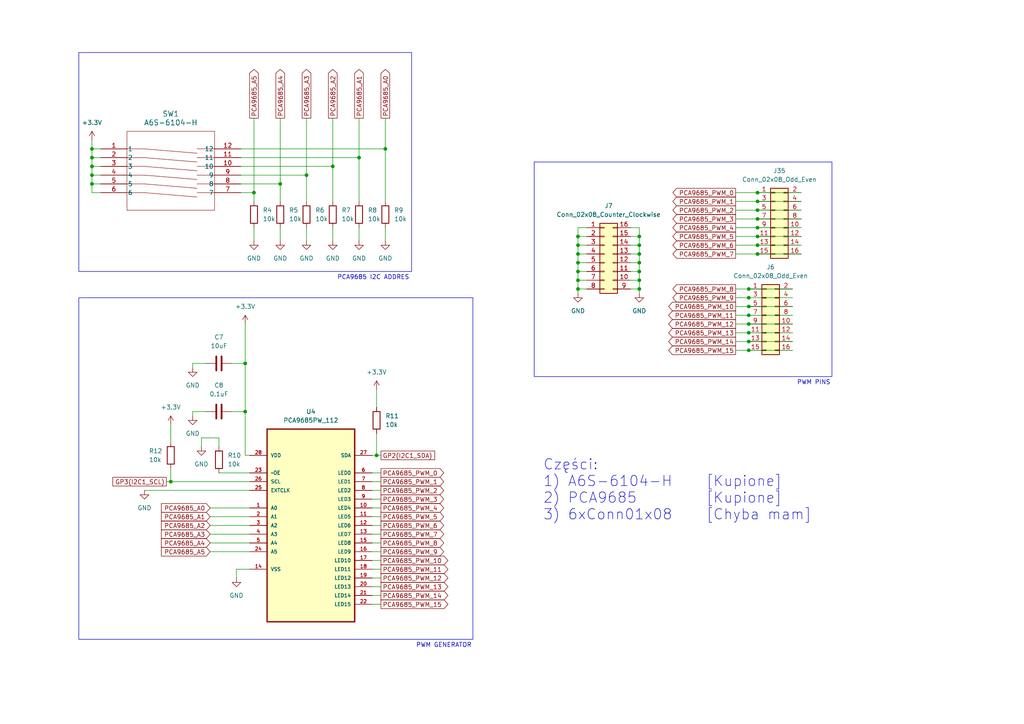
<source format=kicad_sch>
(kicad_sch (version 20230121) (generator eeschema)
  (paper "A4")
  (lib_symbols
    (symbol "A6S-6104-H(VNM):A6S-6104-H" (pin_names (offset 0.254))
      (property "Reference" "SW" (at 20.32 10.16 0))
      (property "Value" "A6S-6104-H" (at 20.32 7.62 0))
      (symbol "A6S-6104-H_0_1"
        (polyline (pts (xy 7.62 -17.78) (xy 33.02 -17.78)) (stroke (width 0.127)))
        (polyline (pts (xy 7.62 -12.7) (xy 12.7 -12.7)) (stroke (width 0.127)))
        (polyline (pts (xy 7.62 -10.16) (xy 12.7 -10.16)) (stroke (width 0.127)))
        (polyline (pts (xy 7.62 -7.62) (xy 12.7 -7.62)) (stroke (width 0.127)))
        (polyline (pts (xy 7.62 -5.08) (xy 12.7 -5.08)) (stroke (width 0.127)))
        (polyline (pts (xy 7.62 -2.54) (xy 12.7 -2.54)) (stroke (width 0.127)))
        (polyline (pts (xy 7.62 0) (xy 12.7 0)) (stroke (width 0.127)))
        (polyline (pts (xy 7.62 5.08) (xy 7.62 -17.78)) (stroke (width 0.127)))
        (polyline (pts (xy 12.7 -12.7) (xy 27.94 -13.97)) (stroke (width 0.127)))
        (polyline (pts (xy 12.7 -10.16) (xy 27.94 -11.43)) (stroke (width 0.127)))
        (polyline (pts (xy 12.7 -7.62) (xy 27.94 -8.89)) (stroke (width 0.127)))
        (polyline (pts (xy 12.7 -5.08) (xy 27.94 -6.35)) (stroke (width 0.127)))
        (polyline (pts (xy 12.7 -2.54) (xy 27.94 -3.81)) (stroke (width 0.127)))
        (polyline (pts (xy 12.7 0) (xy 27.94 -1.27)) (stroke (width 0.127)))
        (polyline (pts (xy 33.02 -17.78) (xy 33.02 5.08)) (stroke (width 0.127)))
        (polyline (pts (xy 33.02 -12.7) (xy 27.94 -12.7)) (stroke (width 0.127)))
        (polyline (pts (xy 33.02 -10.16) (xy 27.94 -10.16)) (stroke (width 0.127)))
        (polyline (pts (xy 33.02 -7.62) (xy 27.94 -7.62)) (stroke (width 0.127)))
        (polyline (pts (xy 33.02 -5.08) (xy 27.94 -5.08)) (stroke (width 0.127)))
        (polyline (pts (xy 33.02 -2.54) (xy 27.94 -2.54)) (stroke (width 0.127)))
        (polyline (pts (xy 33.02 0) (xy 27.94 0)) (stroke (width 0.127)))
        (polyline (pts (xy 33.02 5.08) (xy 7.62 5.08)) (stroke (width 0.127)))
        (pin unspecified line (at 0 0 0) (length 7.62) (name "1") (number "1"))
        (pin unspecified line (at 40.64 -5.08 180) (length 7.62) (name "10") (number "10"))
        (pin unspecified line (at 40.64 -2.54 180) (length 7.62) (name "11") (number "11"))
        (pin unspecified line (at 40.64 0 180) (length 7.62) (name "12") (number "12"))
        (pin unspecified line (at 0 -2.54 0) (length 7.62) (name "2") (number "2"))
        (pin unspecified line (at 0 -5.08 0) (length 7.62) (name "3") (number "3"))
        (pin unspecified line (at 0 -7.62 0) (length 7.62) (name "4") (number "4"))
        (pin unspecified line (at 0 -10.16 0) (length 7.62) (name "5") (number "5"))
        (pin unspecified line (at 0 -12.7 0) (length 7.62) (name "6") (number "6"))
        (pin unspecified line (at 40.64 -12.7 180) (length 7.62) (name "7") (number "7"))
        (pin unspecified line (at 40.64 -10.16 180) (length 7.62) (name "8") (number "8"))
        (pin unspecified line (at 40.64 -7.62 180) (length 7.62) (name "9") (number "9"))
      )
    )
    (symbol "Connector_Generic:Conn_02x08_Counter_Clockwise" (pin_names (offset 1.016) hide)
      (property "Reference" "J" (at 1.27 10.16 0))
      (property "Value" "Conn_02x08_Counter_Clockwise" (at 1.27 -12.7 0))
      (symbol "Conn_02x08_Counter_Clockwise_1_1"
        (rectangle (start -1.27 -10.033) (end 0 -10.287) (stroke (width 0.1524)))
        (rectangle (start -1.27 -7.493) (end 0 -7.747) (stroke (width 0.1524)))
        (rectangle (start -1.27 -4.953) (end 0 -5.207) (stroke (width 0.1524)))
        (rectangle (start -1.27 -2.413) (end 0 -2.667) (stroke (width 0.1524)))
        (rectangle (start -1.27 0.127) (end 0 -0.127) (stroke (width 0.1524)))
        (rectangle (start -1.27 2.667) (end 0 2.413) (stroke (width 0.1524)))
        (rectangle (start -1.27 5.207) (end 0 4.953) (stroke (width 0.1524)))
        (rectangle (start -1.27 7.747) (end 0 7.493) (stroke (width 0.1524)))
        (rectangle (start -1.27 8.89) (end 3.81 -11.43) (stroke (width 0.254)) (fill (type background)))
        (rectangle (start 3.81 -10.033) (end 2.54 -10.287) (stroke (width 0.1524)))
        (rectangle (start 3.81 -7.493) (end 2.54 -7.747) (stroke (width 0.1524)))
        (rectangle (start 3.81 -4.953) (end 2.54 -5.207) (stroke (width 0.1524)))
        (rectangle (start 3.81 -2.413) (end 2.54 -2.667) (stroke (width 0.1524)))
        (rectangle (start 3.81 0.127) (end 2.54 -0.127) (stroke (width 0.1524)))
        (rectangle (start 3.81 2.667) (end 2.54 2.413) (stroke (width 0.1524)))
        (rectangle (start 3.81 5.207) (end 2.54 4.953) (stroke (width 0.1524)))
        (rectangle (start 3.81 7.747) (end 2.54 7.493) (stroke (width 0.1524)))
        (pin passive line (at -5.08 7.62 0) (length 3.81) (name "Pin_1") (number "1"))
        (pin passive line (at 7.62 -7.62 180) (length 3.81) (name "Pin_10") (number "10"))
        (pin passive line (at 7.62 -5.08 180) (length 3.81) (name "Pin_11") (number "11"))
        (pin passive line (at 7.62 -2.54 180) (length 3.81) (name "Pin_12") (number "12"))
        (pin passive line (at 7.62 0 180) (length 3.81) (name "Pin_13") (number "13"))
        (pin passive line (at 7.62 2.54 180) (length 3.81) (name "Pin_14") (number "14"))
        (pin passive line (at 7.62 5.08 180) (length 3.81) (name "Pin_15") (number "15"))
        (pin passive line (at 7.62 7.62 180) (length 3.81) (name "Pin_16") (number "16"))
        (pin passive line (at -5.08 5.08 0) (length 3.81) (name "Pin_2") (number "2"))
        (pin passive line (at -5.08 2.54 0) (length 3.81) (name "Pin_3") (number "3"))
        (pin passive line (at -5.08 0 0) (length 3.81) (name "Pin_4") (number "4"))
        (pin passive line (at -5.08 -2.54 0) (length 3.81) (name "Pin_5") (number "5"))
        (pin passive line (at -5.08 -5.08 0) (length 3.81) (name "Pin_6") (number "6"))
        (pin passive line (at -5.08 -7.62 0) (length 3.81) (name "Pin_7") (number "7"))
        (pin passive line (at -5.08 -10.16 0) (length 3.81) (name "Pin_8") (number "8"))
        (pin passive line (at 7.62 -10.16 180) (length 3.81) (name "Pin_9") (number "9"))
      )
    )
    (symbol "Connector_Generic:Conn_02x08_Odd_Even" (pin_names (offset 1.016) hide)
      (property "Reference" "J" (at 1.27 10.16 0))
      (property "Value" "Conn_02x08_Odd_Even" (at 1.27 -12.7 0))
      (symbol "Conn_02x08_Odd_Even_1_1"
        (rectangle (start -1.27 -10.033) (end 0 -10.287) (stroke (width 0.1524)))
        (rectangle (start -1.27 -7.493) (end 0 -7.747) (stroke (width 0.1524)))
        (rectangle (start -1.27 -4.953) (end 0 -5.207) (stroke (width 0.1524)))
        (rectangle (start -1.27 -2.413) (end 0 -2.667) (stroke (width 0.1524)))
        (rectangle (start -1.27 0.127) (end 0 -0.127) (stroke (width 0.1524)))
        (rectangle (start -1.27 2.667) (end 0 2.413) (stroke (width 0.1524)))
        (rectangle (start -1.27 5.207) (end 0 4.953) (stroke (width 0.1524)))
        (rectangle (start -1.27 7.747) (end 0 7.493) (stroke (width 0.1524)))
        (rectangle (start -1.27 8.89) (end 3.81 -11.43) (stroke (width 0.254)) (fill (type background)))
        (rectangle (start 3.81 -10.033) (end 2.54 -10.287) (stroke (width 0.1524)))
        (rectangle (start 3.81 -7.493) (end 2.54 -7.747) (stroke (width 0.1524)))
        (rectangle (start 3.81 -4.953) (end 2.54 -5.207) (stroke (width 0.1524)))
        (rectangle (start 3.81 -2.413) (end 2.54 -2.667) (stroke (width 0.1524)))
        (rectangle (start 3.81 0.127) (end 2.54 -0.127) (stroke (width 0.1524)))
        (rectangle (start 3.81 2.667) (end 2.54 2.413) (stroke (width 0.1524)))
        (rectangle (start 3.81 5.207) (end 2.54 4.953) (stroke (width 0.1524)))
        (rectangle (start 3.81 7.747) (end 2.54 7.493) (stroke (width 0.1524)))
        (pin passive line (at -5.08 7.62 0) (length 3.81) (name "Pin_1") (number "1"))
        (pin passive line (at 7.62 -2.54 180) (length 3.81) (name "Pin_10") (number "10"))
        (pin passive line (at -5.08 -5.08 0) (length 3.81) (name "Pin_11") (number "11"))
        (pin passive line (at 7.62 -5.08 180) (length 3.81) (name "Pin_12") (number "12"))
        (pin passive line (at -5.08 -7.62 0) (length 3.81) (name "Pin_13") (number "13"))
        (pin passive line (at 7.62 -7.62 180) (length 3.81) (name "Pin_14") (number "14"))
        (pin passive line (at -5.08 -10.16 0) (length 3.81) (name "Pin_15") (number "15"))
        (pin passive line (at 7.62 -10.16 180) (length 3.81) (name "Pin_16") (number "16"))
        (pin passive line (at 7.62 7.62 180) (length 3.81) (name "Pin_2") (number "2"))
        (pin passive line (at -5.08 5.08 0) (length 3.81) (name "Pin_3") (number "3"))
        (pin passive line (at 7.62 5.08 180) (length 3.81) (name "Pin_4") (number "4"))
        (pin passive line (at -5.08 2.54 0) (length 3.81) (name "Pin_5") (number "5"))
        (pin passive line (at 7.62 2.54 180) (length 3.81) (name "Pin_6") (number "6"))
        (pin passive line (at -5.08 0 0) (length 3.81) (name "Pin_7") (number "7"))
        (pin passive line (at 7.62 0 180) (length 3.81) (name "Pin_8") (number "8"))
        (pin passive line (at -5.08 -2.54 0) (length 3.81) (name "Pin_9") (number "9"))
      )
    )
    (symbol "Device:C" (pin_numbers hide) (pin_names (offset 0.254))
      (property "Reference" "C" (at 0.635 2.54 0))
      (property "Value" "C" (at 0.635 -2.54 0))
      (symbol "C_0_1"
        (polyline (pts (xy -2.032 -0.762) (xy 2.032 -0.762)) (stroke (width 0.508)))
        (polyline (pts (xy -2.032 0.762) (xy 2.032 0.762)) (stroke (width 0.508)))
      )
      (symbol "C_1_1"
        (pin passive line (at 0 3.81 270) (length 2.794) (name "~") (number "1"))
        (pin passive line (at 0 -3.81 90) (length 2.794) (name "~") (number "2"))
      )
    )
    (symbol "Device:R" (pin_numbers hide) (pin_names (offset 0))
      (property "Reference" "R" (at 2.032 0 90))
      (property "Value" "R" (at 0 0 90))
      (symbol "R_0_1"
        (rectangle (start -1.016 -2.54) (end 1.016 2.54) (stroke (width 0.254)))
      )
      (symbol "R_1_1"
        (pin passive line (at 0 3.81 270) (length 1.27) (name "~") (number "1"))
        (pin passive line (at 0 -3.81 90) (length 1.27) (name "~") (number "2"))
      )
    )
    (symbol "PCA9685PW_112:PCA9685PW_112" (pin_names (offset 1.016))
      (property "Reference" "U" (at -5.3665 29.4778 0))
      (property "Value" "PCA9685PW_112" (at -3.0498 -35.7591 0))
      (symbol "PCA9685PW_112_0_0"
        (rectangle (start -12.7 -30.48) (end 12.7 25.4) (stroke (width 0.4064)) (fill (type background)))
        (pin input line (at -17.78 2.54 0) (length 5.08) (name "A0") (number "1"))
        (pin output line (at 17.78 2.54 180) (length 5.08) (name "LED4") (number "10"))
        (pin output line (at 17.78 0 180) (length 5.08) (name "LED5") (number "11"))
        (pin output line (at 17.78 -2.54 180) (length 5.08) (name "LED6") (number "12"))
        (pin output line (at 17.78 -5.08 180) (length 5.08) (name "LED7") (number "13"))
        (pin passive line (at -17.78 -15.24 0) (length 5.08) (name "VSS") (number "14"))
        (pin output line (at 17.78 -7.62 180) (length 5.08) (name "LED8") (number "15"))
        (pin output line (at 17.78 -10.16 180) (length 5.08) (name "LED9") (number "16"))
        (pin output line (at 17.78 -12.7 180) (length 5.08) (name "LED10") (number "17"))
        (pin output line (at 17.78 -15.24 180) (length 5.08) (name "LED11") (number "18"))
        (pin output line (at 17.78 -17.78 180) (length 5.08) (name "LED12") (number "19"))
        (pin input line (at -17.78 0 0) (length 5.08) (name "A1") (number "2"))
        (pin output line (at 17.78 -20.32 180) (length 5.08) (name "LED13") (number "20"))
        (pin output line (at 17.78 -22.86 180) (length 5.08) (name "LED14") (number "21"))
        (pin output line (at 17.78 -25.4 180) (length 5.08) (name "LED15") (number "22"))
        (pin input line (at -17.78 12.7 0) (length 5.08) (name "~OE") (number "23"))
        (pin input line (at -17.78 -10.16 0) (length 5.08) (name "A5") (number "24"))
        (pin input line (at -17.78 7.62 0) (length 5.08) (name "EXTCLK") (number "25"))
        (pin input line (at -17.78 10.16 0) (length 5.08) (name "SCL") (number "26"))
        (pin bidirectional line (at 17.78 17.78 180) (length 5.08) (name "SDA") (number "27"))
        (pin power_in line (at -17.78 17.78 0) (length 5.08) (name "VDD") (number "28"))
        (pin input line (at -17.78 -2.54 0) (length 5.08) (name "A2") (number "3"))
        (pin input line (at -17.78 -5.08 0) (length 5.08) (name "A3") (number "4"))
        (pin input line (at -17.78 -7.62 0) (length 5.08) (name "A4") (number "5"))
        (pin output line (at 17.78 12.7 180) (length 5.08) (name "LED0") (number "6"))
        (pin output line (at 17.78 10.16 180) (length 5.08) (name "LED1") (number "7"))
        (pin output line (at 17.78 7.62 180) (length 5.08) (name "LED2") (number "8"))
        (pin output line (at 17.78 5.08 180) (length 5.08) (name "LED3") (number "9"))
      )
    )
    (symbol "power:+3.3V" (power) (pin_names (offset 0))
      (property "Value" "+3.3V" (at 0 3.556 0))
      (symbol "+3.3V_0_1"
        (polyline (pts (xy -0.762 1.27) (xy 0 2.54)))
        (polyline (pts (xy 0 0) (xy 0 2.54)))
        (polyline (pts (xy 0 2.54) (xy 0.762 1.27)))
      )
      (symbol "+3.3V_1_1"
        (pin power_in line (at 0 0 90) (length 0) hide (name "+3.3V") (number "1"))
      )
    )
    (symbol "power:GND" (power) (pin_names (offset 0))
      (property "Value" "GND" (at 0 -3.81 0))
      (symbol "GND_0_1"
        (polyline (pts (xy 0 0) (xy 0 -1.27) (xy 1.27 -1.27) (xy 0 -2.54) (xy -1.27 -1.27) (xy 0 -1.27)))
      )
      (symbol "GND_1_1"
        (pin power_in line (at 0 0 270) (length 0) hide (name "GND") (number "1"))
      )
    )
  )
  (junction (at 217.17 99.06))
  (junction (at 217.17 86.36))
  (junction (at 219.71 66.04))
  (junction (at 219.71 68.58))
  (junction (at 185.42 73.66))
  (junction (at 96.52 48.26))
  (junction (at 167.64 73.66))
  (junction (at 81.28 53.34))
  (junction (at 104.14 45.72))
  (junction (at 217.17 88.9))
  (junction (at 185.42 76.2))
  (junction (at 185.42 78.74))
  (junction (at 109.22 132.08))
  (junction (at 219.71 60.96))
  (junction (at 26.67 45.72))
  (junction (at 73.66 55.88))
  (junction (at 217.17 91.44))
  (junction (at 217.17 96.52))
  (junction (at 167.64 76.2))
  (junction (at 217.17 83.82))
  (junction (at 88.9 50.8))
  (junction (at 217.17 101.6))
  (junction (at 26.67 48.26))
  (junction (at 219.71 63.5))
  (junction (at 111.76 43.18))
  (junction (at 219.71 73.66))
  (junction (at 185.42 68.58))
  (junction (at 167.64 68.58))
  (junction (at 26.67 43.18))
  (junction (at 26.67 53.34))
  (junction (at 219.71 58.42))
  (junction (at 26.67 50.8))
  (junction (at 185.42 71.12))
  (junction (at 167.64 81.28))
  (junction (at 49.53 139.7))
  (junction (at 71.12 119.38))
  (junction (at 167.64 83.82))
  (junction (at 71.12 105.41))
  (junction (at 219.71 71.12))
  (junction (at 167.64 78.74))
  (junction (at 219.71 55.88))
  (junction (at 167.64 71.12))
  (junction (at 185.42 83.82))
  (junction (at 185.42 81.28))
  (junction (at 217.17 93.98))
  (wire (pts (xy 60.96 160.02) (xy 72.39 160.02)))
  (wire (pts (xy 69.85 50.8) (xy 88.9 50.8)))
  (wire (pts (xy 67.31 105.41) (xy 71.12 105.41)))
  (wire (pts (xy 219.71 55.88) (xy 232.41 55.88)))
  (wire (pts (xy 73.66 55.88) (xy 73.66 58.42)))
  (wire (pts (xy 71.12 119.38) (xy 71.12 132.08)))
  (wire (pts (xy 109.22 113.03) (xy 109.22 118.11)))
  (wire (pts (xy 107.95 170.18) (xy 110.49 170.18)))
  (wire (pts (xy 71.12 132.08) (xy 72.39 132.08)))
  (wire (pts (xy 167.64 68.58) (xy 170.18 68.58)))
  (wire (pts (xy 213.36 66.04) (xy 219.71 66.04)))
  (wire (pts (xy 49.53 139.7) (xy 72.39 139.7)))
  (wire (pts (xy 107.95 172.72) (xy 110.49 172.72)))
  (wire (pts (xy 167.64 71.12) (xy 167.64 68.58)))
  (wire (pts (xy 107.95 162.56) (xy 110.49 162.56)))
  (wire (pts (xy 182.88 71.12) (xy 185.42 71.12)))
  (wire (pts (xy 111.76 34.29) (xy 111.76 43.18)))
  (wire (pts (xy 213.36 99.06) (xy 217.17 99.06)))
  (wire (pts (xy 71.12 105.41) (xy 71.12 119.38)))
  (wire (pts (xy 213.36 63.5) (xy 219.71 63.5)))
  (wire (pts (xy 88.9 66.04) (xy 88.9 69.85)))
  (wire (pts (xy 167.64 81.28) (xy 167.64 78.74)))
  (wire (pts (xy 69.85 45.72) (xy 104.14 45.72)))
  (wire (pts (xy 107.95 149.86) (xy 110.49 149.86)))
  (wire (pts (xy 213.36 58.42) (xy 219.71 58.42)))
  (wire (pts (xy 67.31 119.38) (xy 71.12 119.38)))
  (wire (pts (xy 213.36 55.88) (xy 219.71 55.88)))
  (wire (pts (xy 217.17 99.06) (xy 229.87 99.06)))
  (wire (pts (xy 167.64 76.2) (xy 167.64 73.66)))
  (wire (pts (xy 219.71 63.5) (xy 232.41 63.5)))
  (wire (pts (xy 217.17 91.44) (xy 229.87 91.44)))
  (wire (pts (xy 107.95 142.24) (xy 110.49 142.24)))
  (wire (pts (xy 185.42 76.2) (xy 185.42 73.66)))
  (wire (pts (xy 185.42 81.28) (xy 185.42 78.74)))
  (wire (pts (xy 63.5 127) (xy 63.5 129.54)))
  (wire (pts (xy 26.67 45.72) (xy 26.67 48.26)))
  (wire (pts (xy 182.88 68.58) (xy 185.42 68.58)))
  (wire (pts (xy 107.95 154.94) (xy 110.49 154.94)))
  (wire (pts (xy 60.96 157.48) (xy 72.39 157.48)))
  (wire (pts (xy 213.36 73.66) (xy 219.71 73.66)))
  (wire (pts (xy 213.36 91.44) (xy 217.17 91.44)))
  (wire (pts (xy 59.69 119.38) (xy 55.88 119.38)))
  (wire (pts (xy 167.64 85.09) (xy 167.64 83.82)))
  (wire (pts (xy 182.88 81.28) (xy 185.42 81.28)))
  (wire (pts (xy 107.95 144.78) (xy 110.49 144.78)))
  (wire (pts (xy 107.95 137.16) (xy 110.49 137.16)))
  (wire (pts (xy 167.64 71.12) (xy 170.18 71.12)))
  (wire (pts (xy 167.64 78.74) (xy 167.64 76.2)))
  (wire (pts (xy 182.88 76.2) (xy 185.42 76.2)))
  (wire (pts (xy 69.85 43.18) (xy 111.76 43.18)))
  (wire (pts (xy 107.95 160.02) (xy 110.49 160.02)))
  (wire (pts (xy 60.96 152.4) (xy 72.39 152.4)))
  (wire (pts (xy 167.64 68.58) (xy 167.64 66.04)))
  (wire (pts (xy 26.67 48.26) (xy 29.21 48.26)))
  (wire (pts (xy 167.64 66.04) (xy 170.18 66.04)))
  (wire (pts (xy 96.52 48.26) (xy 96.52 58.42)))
  (wire (pts (xy 167.64 76.2) (xy 170.18 76.2)))
  (wire (pts (xy 49.53 135.89) (xy 49.53 139.7)))
  (wire (pts (xy 109.22 132.08) (xy 110.49 132.08)))
  (wire (pts (xy 213.36 86.36) (xy 217.17 86.36)))
  (wire (pts (xy 213.36 88.9) (xy 217.17 88.9)))
  (wire (pts (xy 107.95 139.7) (xy 110.49 139.7)))
  (wire (pts (xy 185.42 83.82) (xy 185.42 81.28)))
  (wire (pts (xy 60.96 149.86) (xy 72.39 149.86)))
  (wire (pts (xy 26.67 43.18) (xy 26.67 45.72)))
  (wire (pts (xy 107.95 165.1) (xy 110.49 165.1)))
  (wire (pts (xy 185.42 78.74) (xy 185.42 76.2)))
  (wire (pts (xy 217.17 88.9) (xy 229.87 88.9)))
  (wire (pts (xy 217.17 86.36) (xy 229.87 86.36)))
  (wire (pts (xy 107.95 175.26) (xy 110.49 175.26)))
  (wire (pts (xy 69.85 48.26) (xy 96.52 48.26)))
  (wire (pts (xy 69.85 55.88) (xy 73.66 55.88)))
  (wire (pts (xy 219.71 58.42) (xy 232.41 58.42)))
  (wire (pts (xy 26.67 50.8) (xy 29.21 50.8)))
  (wire (pts (xy 182.88 73.66) (xy 185.42 73.66)))
  (wire (pts (xy 81.28 53.34) (xy 81.28 58.42)))
  (wire (pts (xy 182.88 83.82) (xy 185.42 83.82)))
  (wire (pts (xy 73.66 34.29) (xy 73.66 55.88)))
  (wire (pts (xy 167.64 83.82) (xy 167.64 81.28)))
  (wire (pts (xy 217.17 96.52) (xy 229.87 96.52)))
  (wire (pts (xy 219.71 73.66) (xy 232.41 73.66)))
  (wire (pts (xy 167.64 78.74) (xy 170.18 78.74)))
  (wire (pts (xy 107.95 152.4) (xy 110.49 152.4)))
  (wire (pts (xy 107.95 167.64) (xy 110.49 167.64)))
  (wire (pts (xy 167.64 81.28) (xy 170.18 81.28)))
  (wire (pts (xy 72.39 165.1) (xy 68.58 165.1)))
  (wire (pts (xy 26.67 53.34) (xy 29.21 53.34)))
  (wire (pts (xy 107.95 132.08) (xy 109.22 132.08)))
  (wire (pts (xy 26.67 53.34) (xy 26.67 55.88)))
  (wire (pts (xy 96.52 34.29) (xy 96.52 48.26)))
  (wire (pts (xy 26.67 43.18) (xy 29.21 43.18)))
  (wire (pts (xy 217.17 83.82) (xy 229.87 83.82)))
  (wire (pts (xy 88.9 34.29) (xy 88.9 50.8)))
  (wire (pts (xy 219.71 68.58) (xy 232.41 68.58)))
  (wire (pts (xy 26.67 48.26) (xy 26.67 50.8)))
  (wire (pts (xy 104.14 45.72) (xy 104.14 58.42)))
  (wire (pts (xy 69.85 53.34) (xy 81.28 53.34)))
  (wire (pts (xy 26.67 40.64) (xy 26.67 43.18)))
  (wire (pts (xy 185.42 73.66) (xy 185.42 71.12)))
  (wire (pts (xy 111.76 43.18) (xy 111.76 58.42)))
  (wire (pts (xy 41.91 142.24) (xy 72.39 142.24)))
  (wire (pts (xy 58.42 129.54) (xy 58.42 127)))
  (wire (pts (xy 185.42 71.12) (xy 185.42 68.58)))
  (wire (pts (xy 167.64 83.82) (xy 170.18 83.82)))
  (wire (pts (xy 213.36 68.58) (xy 219.71 68.58)))
  (wire (pts (xy 107.95 157.48) (xy 110.49 157.48)))
  (wire (pts (xy 26.67 45.72) (xy 29.21 45.72)))
  (wire (pts (xy 219.71 60.96) (xy 232.41 60.96)))
  (wire (pts (xy 104.14 34.29) (xy 104.14 45.72)))
  (wire (pts (xy 109.22 125.73) (xy 109.22 132.08)))
  (wire (pts (xy 55.88 105.41) (xy 55.88 106.68)))
  (wire (pts (xy 73.66 66.04) (xy 73.66 69.85)))
  (wire (pts (xy 219.71 66.04) (xy 232.41 66.04)))
  (wire (pts (xy 107.95 147.32) (xy 110.49 147.32)))
  (wire (pts (xy 63.5 137.16) (xy 72.39 137.16)))
  (wire (pts (xy 217.17 101.6) (xy 229.87 101.6)))
  (wire (pts (xy 55.88 119.38) (xy 55.88 120.65)))
  (wire (pts (xy 104.14 66.04) (xy 104.14 69.85)))
  (wire (pts (xy 213.36 93.98) (xy 217.17 93.98)))
  (wire (pts (xy 26.67 55.88) (xy 29.21 55.88)))
  (wire (pts (xy 26.67 50.8) (xy 26.67 53.34)))
  (wire (pts (xy 213.36 101.6) (xy 217.17 101.6)))
  (wire (pts (xy 96.52 66.04) (xy 96.52 69.85)))
  (wire (pts (xy 111.76 66.04) (xy 111.76 69.85)))
  (wire (pts (xy 213.36 83.82) (xy 217.17 83.82)))
  (wire (pts (xy 185.42 68.58) (xy 185.42 66.04)))
  (wire (pts (xy 49.53 123.19) (xy 49.53 128.27)))
  (wire (pts (xy 71.12 93.98) (xy 71.12 105.41)))
  (wire (pts (xy 217.17 93.98) (xy 229.87 93.98)))
  (wire (pts (xy 88.9 50.8) (xy 88.9 58.42)))
  (wire (pts (xy 48.26 139.7) (xy 49.53 139.7)))
  (wire (pts (xy 185.42 66.04) (xy 182.88 66.04)))
  (wire (pts (xy 58.42 127) (xy 63.5 127)))
  (wire (pts (xy 60.96 154.94) (xy 72.39 154.94)))
  (wire (pts (xy 185.42 85.09) (xy 185.42 83.82)))
  (wire (pts (xy 81.28 34.29) (xy 81.28 53.34)))
  (wire (pts (xy 219.71 71.12) (xy 232.41 71.12)))
  (wire (pts (xy 167.64 73.66) (xy 170.18 73.66)))
  (wire (pts (xy 213.36 96.52) (xy 217.17 96.52)))
  (wire (pts (xy 213.36 60.96) (xy 219.71 60.96)))
  (wire (pts (xy 68.58 165.1) (xy 68.58 167.64)))
  (wire (pts (xy 59.69 105.41) (xy 55.88 105.41)))
  (wire (pts (xy 81.28 66.04) (xy 81.28 69.85)))
  (wire (pts (xy 60.96 147.32) (xy 72.39 147.32)))
  (wire (pts (xy 213.36 71.12) (xy 219.71 71.12)))
  (wire (pts (xy 167.64 73.66) (xy 167.64 71.12)))
  (wire (pts (xy 182.88 78.74) (xy 185.42 78.74)))
  (rectangle (start 22.86 15.24) (end 119.38 78.74))
  (rectangle (start 154.94 46.99) (end 241.3 109.22))
  (rectangle (start 22.86 86.36) (end 137.16 185.42))
  (text "Części:\n1) A6S-6104-H	[Kupione]\n2) PCA9685		[Kupione]\n3) 6xConn01x08	[Chyba mam]" (at 157.48 151.13 0) (effects (font (size 3 3)) (justify left bottom)))
  (text "PWM PINS" (at 231.14 111.76 0) (effects (font (size 1.27 1.27)) (justify left bottom)))
  (text "PWM GENERATOR" (at 120.65 187.96 0) (effects (font (size 1.27 1.27)) (justify left bottom)))
  (text "PCA9685 I2C ADDRES" (at 97.79 81.28 0) (effects (font (size 1.27 1.27)) (justify left bottom)))
  (global_label "PCA9685_PWM_5" (shape output) (at 213.36 68.58 180) (property "Intersheetrefs" "${INTERSHEET_REFS}" (effects hide)))
  (global_label "PCA9685_PWM_14" (shape output) (at 213.36 99.06 180) (property "Intersheetrefs" "${INTERSHEET_REFS}" (effects hide)))
  (global_label "PCA9685_PWM_9" (shape output) (at 213.36 86.36 180) (property "Intersheetrefs" "${INTERSHEET_REFS}" (effects hide)))
  (global_label "PCA9685_PWM_8" (shape output) (at 110.49 157.48 0) (property "Intersheetrefs" "${INTERSHEET_REFS}" (effects hide)))
  (global_label "PCA9685_PWM_10" (shape output) (at 110.49 162.56 0) (property "Intersheetrefs" "${INTERSHEET_REFS}" (effects hide)))
  (global_label "PCA9685_A3" (shape input) (at 60.96 154.94 180) (property "Intersheetrefs" "${INTERSHEET_REFS}" (effects hide)))
  (global_label "PCA9685_PWM_12" (shape output) (at 110.49 167.64 0) (property "Intersheetrefs" "${INTERSHEET_REFS}" (effects hide)))
  (global_label "PCA9685_A5" (shape input) (at 60.96 160.02 180) (property "Intersheetrefs" "${INTERSHEET_REFS}" (effects hide)))
  (global_label "PCA9685_PWM_4" (shape output) (at 110.49 147.32 0) (property "Intersheetrefs" "${INTERSHEET_REFS}" (effects hide)))
  (global_label "PCA9685_PWM_11" (shape output) (at 213.36 91.44 180) (property "Intersheetrefs" "${INTERSHEET_REFS}" (effects hide)))
  (global_label "PCA9685_A3" (shape output) (at 88.9 34.29 90) (property "Intersheetrefs" "${INTERSHEET_REFS}" (effects hide)))
  (global_label "PCA9685_PWM_15" (shape output) (at 213.36 101.6 180) (property "Intersheetrefs" "${INTERSHEET_REFS}" (effects hide)))
  (global_label "PCA9685_PWM_7" (shape output) (at 213.36 73.66 180) (property "Intersheetrefs" "${INTERSHEET_REFS}" (effects hide)))
  (global_label "PCA9685_PWM_11" (shape output) (at 110.49 165.1 0) (property "Intersheetrefs" "${INTERSHEET_REFS}" (effects hide)))
  (global_label "PCA9685_PWM_13" (shape output) (at 110.49 170.18 0) (property "Intersheetrefs" "${INTERSHEET_REFS}" (effects hide)))
  (global_label "PCA9685_PWM_7" (shape output) (at 110.49 154.94 0) (property "Intersheetrefs" "${INTERSHEET_REFS}" (effects hide)))
  (global_label "PCA9685_PWM_14" (shape output) (at 110.49 172.72 0) (property "Intersheetrefs" "${INTERSHEET_REFS}" (effects hide)))
  (global_label "PCA9685_A4" (shape input) (at 60.96 157.48 180) (property "Intersheetrefs" "${INTERSHEET_REFS}" (effects hide)))
  (global_label "PCA9685_PWM_6" (shape output) (at 110.49 152.4 0) (property "Intersheetrefs" "${INTERSHEET_REFS}" (effects hide)))
  (global_label "GP2(I2C1_SDA)" (shape passive) (at 110.49 132.08 0) (property "Intersheetrefs" "${INTERSHEET_REFS}" (effects hide)))
  (global_label "PCA9685_PWM_3" (shape output) (at 110.49 144.78 0) (property "Intersheetrefs" "${INTERSHEET_REFS}" (effects hide)))
  (global_label "PCA9685_PWM_15" (shape output) (at 110.49 175.26 0) (property "Intersheetrefs" "${INTERSHEET_REFS}" (effects hide)))
  (global_label "PCA9685_PWM_3" (shape output) (at 213.36 63.5 180) (property "Intersheetrefs" "${INTERSHEET_REFS}" (effects hide)))
  (global_label "PCA9685_PWM_0" (shape output) (at 213.36 55.88 180) (property "Intersheetrefs" "${INTERSHEET_REFS}" (effects hide)))
  (global_label "PCA9685_PWM_0" (shape output) (at 110.49 137.16 0) (property "Intersheetrefs" "${INTERSHEET_REFS}" (effects hide)))
  (global_label "PCA9685_PWM_10" (shape output) (at 213.36 88.9 180) (property "Intersheetrefs" "${INTERSHEET_REFS}" (effects hide)))
  (global_label "PCA9685_PWM_13" (shape output) (at 213.36 96.52 180) (property "Intersheetrefs" "${INTERSHEET_REFS}" (effects hide)))
  (global_label "PCA9685_PWM_2" (shape output) (at 110.49 142.24 0) (property "Intersheetrefs" "${INTERSHEET_REFS}" (effects hide)))
  (global_label "PCA9685_PWM_8" (shape output) (at 213.36 83.82 180) (property "Intersheetrefs" "${INTERSHEET_REFS}" (effects hide)))
  (global_label "PCA9685_A2" (shape output) (at 96.52 34.29 90) (property "Intersheetrefs" "${INTERSHEET_REFS}" (effects hide)))
  (global_label "PCA9685_PWM_5" (shape output) (at 110.49 149.86 0) (property "Intersheetrefs" "${INTERSHEET_REFS}" (effects hide)))
  (global_label "PCA9685_PWM_1" (shape output) (at 213.36 58.42 180) (property "Intersheetrefs" "${INTERSHEET_REFS}" (effects hide)))
  (global_label "PCA9685_A2" (shape input) (at 60.96 152.4 180) (property "Intersheetrefs" "${INTERSHEET_REFS}" (effects hide)))
  (global_label "PCA9685_PWM_2" (shape output) (at 213.36 60.96 180) (property "Intersheetrefs" "${INTERSHEET_REFS}" (effects hide)))
  (global_label "PCA9685_A5" (shape output) (at 73.66 34.29 90) (property "Intersheetrefs" "${INTERSHEET_REFS}" (effects hide)))
  (global_label "PCA9685_A1" (shape input) (at 60.96 149.86 180) (property "Intersheetrefs" "${INTERSHEET_REFS}" (effects hide)))
  (global_label "PCA9685_PWM_9" (shape output) (at 110.49 160.02 0) (property "Intersheetrefs" "${INTERSHEET_REFS}" (effects hide)))
  (global_label "GP3(I2C1_SCL)" (shape passive) (at 48.26 139.7 180) (property "Intersheetrefs" "${INTERSHEET_REFS}" (effects hide)))
  (global_label "PCA9685_PWM_12" (shape output) (at 213.36 93.98 180) (property "Intersheetrefs" "${INTERSHEET_REFS}" (effects hide)))
  (global_label "PCA9685_A0" (shape output) (at 111.76 34.29 90) (property "Intersheetrefs" "${INTERSHEET_REFS}" (effects hide)))
  (global_label "PCA9685_PWM_1" (shape output) (at 110.49 139.7 0) (property "Intersheetrefs" "${INTERSHEET_REFS}" (effects hide)))
  (global_label "PCA9685_A4" (shape output) (at 81.28 34.29 90) (property "Intersheetrefs" "${INTERSHEET_REFS}" (effects hide)))
  (global_label "PCA9685_A0" (shape input) (at 60.96 147.32 180) (property "Intersheetrefs" "${INTERSHEET_REFS}" (effects hide)))
  (global_label "PCA9685_PWM_4" (shape output) (at 213.36 66.04 180) (property "Intersheetrefs" "${INTERSHEET_REFS}" (effects hide)))
  (global_label "PCA9685_PWM_6" (shape output) (at 213.36 71.12 180) (property "Intersheetrefs" "${INTERSHEET_REFS}" (effects hide)))
  (global_label "PCA9685_A1" (shape output) (at 104.14 34.29 90) (property "Intersheetrefs" "${INTERSHEET_REFS}" (effects hide)))
  (symbol (lib_id "power:GND") (at 68.58 167.64 0) (unit 1)
    (property "Reference" "#PWR031" (effects hide))
    (property "Value" "GND" (at 68.58 172.72 0))
  )
  (symbol (lib_id "Device:C") (at 63.5 119.38 90) (unit 1)
    (property "Reference" "C8" (at 63.5 111.76 90))
    (property "Value" "0.1uF" (at 63.5 114.3 90))
    (property "Footprint" "Capacitor_SMD:C_1206_3216Metric" (effects hide))
  )
  (symbol (lib_id "power:+3.3V") (at 71.12 93.98 0) (unit 1)
    (property "Reference" "#PWR022" (effects hide))
    (property "Value" "+3.3V" (at 71.12 88.9 0))
  )
  (symbol (lib_id "Device:R") (at 96.52 62.23 0) (unit 1)
    (property "Reference" "R7" (at 99.06 60.96 0) (effects (justify left)))
    (property "Value" "10k" (at 99.06 63.5 0) (effects (justify left)))
    (property "Footprint" "Resistor_SMD:R_1206_3216Metric" (effects hide))
  )
  (symbol (lib_id "A6S-6104-H(VNM):A6S-6104-H") (at 29.21 43.18 0) (unit 1)
    (property "Reference" "SW1" (at 49.53 33.02 0) (effects (font (size 1.524 1.524))))
    (property "Value" "A6S-6104-H" (at 49.53 35.56 0) (effects (font (size 1.524 1.524))))
    (property "Footprint" "A6S-6104-H(VNM):SW_A6S-6104-H_OMR" (effects hide))
    (property "Datasheet" "A6S-6104-H" (effects hide))
  )
  (symbol (lib_id "Device:R") (at 88.9 62.23 0) (unit 1)
    (property "Reference" "R6" (at 91.44 60.96 0) (effects (justify left)))
    (property "Value" "10k" (at 91.44 63.5 0) (effects (justify left)))
    (property "Footprint" "Resistor_SMD:R_1206_3216Metric" (effects hide))
  )
  (symbol (lib_id "Device:R") (at 49.53 132.08 0) (unit 1)
    (property "Reference" "R12" (at 43.18 130.81 0) (effects (justify left)))
    (property "Value" "10k" (at 43.18 133.35 0) (effects (justify left)))
    (property "Footprint" "Resistor_SMD:R_1206_3216Metric" (effects hide))
  )
  (symbol (lib_id "power:GND") (at 55.88 106.68 0) (unit 1)
    (property "Reference" "#PWR034" (effects hide))
    (property "Value" "GND" (at 55.88 111.76 0))
  )
  (symbol (lib_id "Device:R") (at 73.66 62.23 0) (unit 1)
    (property "Reference" "R4" (at 76.2 60.96 0) (effects (justify left)))
    (property "Value" "10k" (at 76.2 63.5 0) (effects (justify left)))
    (property "Footprint" "Resistor_SMD:R_1206_3216Metric" (effects hide))
  )
  (symbol (lib_id "Device:R") (at 111.76 62.23 0) (unit 1)
    (property "Reference" "R9" (at 114.3 60.96 0) (effects (justify left)))
    (property "Value" "10k" (at 114.3 63.5 0) (effects (justify left)))
    (property "Footprint" "Resistor_SMD:R_1206_3216Metric" (effects hide))
  )
  (symbol (lib_id "power:GND") (at 185.42 85.09 0) (unit 1)
    (property "Reference" "#PWR036" (effects hide))
    (property "Value" "GND" (at 185.42 90.17 0))
  )
  (symbol (lib_id "Device:R") (at 63.5 133.35 0) (unit 1)
    (property "Reference" "R10" (at 66.04 132.08 0) (effects (justify left)))
    (property "Value" "10k" (at 66.04 134.62 0) (effects (justify left)))
    (property "Footprint" "Resistor_SMD:R_1206_3216Metric" (effects hide))
  )
  (symbol (lib_id "Device:R") (at 81.28 62.23 0) (unit 1)
    (property "Reference" "R5" (at 83.82 60.96 0) (effects (justify left)))
    (property "Value" "10k" (at 83.82 63.5 0) (effects (justify left)))
    (property "Footprint" "Resistor_SMD:R_1206_3216Metric" (effects hide))
  )
  (symbol (lib_id "Device:R") (at 104.14 62.23 0) (unit 1)
    (property "Reference" "R8" (at 106.68 60.96 0) (effects (justify left)))
    (property "Value" "10k" (at 106.68 63.5 0) (effects (justify left)))
    (property "Footprint" "Resistor_SMD:R_1206_3216Metric" (effects hide))
  )
  (symbol (lib_id "power:GND") (at 73.66 69.85 0) (unit 1)
    (property "Reference" "#PWR024" (effects hide))
    (property "Value" "GND" (at 73.66 74.93 0))
  )
  (symbol (lib_id "Connector_Generic:Conn_02x08_Counter_Clockwise") (at 175.26 73.66 0) (unit 1)
    (property "Reference" "J7" (at 176.53 59.69 0))
    (property "Value" "Conn_02x08_Counter_Clockwise" (at 176.53 62.23 0))
    (property "Footprint" "Connector_PinHeader_2.54mm:PinHeader_2x08_P2.54mm_Vertical" (effects hide))
  )
  (symbol (lib_id "power:GND") (at 41.91 142.24 0) (unit 1)
    (property "Reference" "#PWR033" (effects hide))
    (property "Value" "GND" (at 41.91 147.32 0))
  )
  (symbol (lib_id "power:+3.3V") (at 49.53 123.19 0) (unit 1)
    (property "Reference" "#PWR037" (effects hide))
    (property "Value" "+3.3V" (at 49.53 118.11 0))
  )
  (symbol (lib_id "Device:R") (at 109.22 121.92 0) (unit 1)
    (property "Reference" "R11" (at 111.76 120.65 0) (effects (justify left)))
    (property "Value" "10k" (at 111.76 123.19 0) (effects (justify left)))
    (property "Footprint" "Resistor_SMD:R_1206_3216Metric" (effects hide))
  )
  (symbol (lib_id "Connector_Generic:Conn_02x08_Odd_Even") (at 224.79 63.5 0) (unit 1)
    (property "Reference" "J35" (at 226.06 49.53 0))
    (property "Value" "Conn_02x08_Odd_Even" (at 226.06 52.07 0))
    (property "Footprint" "Connector_PinHeader_2.54mm:PinHeader_2x08_P2.54mm_Vertical" (effects hide))
  )
  (symbol (lib_id "PCA9685PW_112:PCA9685PW_112") (at 90.17 149.86 0) (unit 1)
    (property "Reference" "U4" (at 90.17 119.38 0))
    (property "Value" "PCA9685PW_112" (at 90.17 121.92 0))
    (property "Footprint" "PCA9685PW_112:SOP65P640X110-28N" (effects hide))
    (property "MF" "NXP USA" (effects hide))
    (property "Description" "\nLED Driver IC 16 Output Linear - PWM Dimming 25mA 28-TSSOP\n" (effects hide))
    (property "PACKAGE" "TSSOP-28" (effects hide))
    (property "MPN" "PCA9685PW,112" (effects hide))
    (property "Price" "None" (effects hide))
    (property "Package" "TSSOP-28 NXP Semiconductors" (effects hide))
    (property "OC_FARNELL" "1854074" (effects hide))
    (property "SnapEDA_Link" "https://www.snapeda.com/parts/PCA9685PW,112/NXP+USA+Inc./view-part/?ref=snap" (effects hide))
    (property "MP" "PCA9685PW,112" (effects hide))
    (property "Purchase-URL" "https://www.snapeda.com/api/url_track_click_mouser/?unipart_id=550390&manufacturer=NXP USA&part_name=PCA9685PW,112&search_term=None" (effects hide))
    (property "SUPPLIER" "NXP" (effects hide))
    (property "OC_NEWARK" "19T6398" (effects hide))
    (property "Availability" "In Stock" (effects hide))
    (property "Check_prices" "https://www.snapeda.com/parts/PCA9685PW,112/NXP+USA+Inc./view-part/?ref=eda" (effects hide))
  )
  (symbol (lib_id "power:GND") (at 81.28 69.85 0) (unit 1)
    (property "Reference" "#PWR025" (effects hide))
    (property "Value" "GND" (at 81.28 74.93 0))
  )
  (symbol (lib_id "power:GND") (at 104.14 69.85 0) (unit 1)
    (property "Reference" "#PWR028" (effects hide))
    (property "Value" "GND" (at 104.14 74.93 0))
  )
  (symbol (lib_id "power:+3.3V") (at 109.22 113.03 0) (unit 1)
    (property "Reference" "#PWR038" (effects hide))
    (property "Value" "+3.3V" (at 109.22 107.95 0))
  )
  (symbol (lib_id "power:GND") (at 96.52 69.85 0) (unit 1)
    (property "Reference" "#PWR027" (effects hide))
    (property "Value" "GND" (at 96.52 74.93 0))
  )
  (symbol (lib_id "power:GND") (at 111.76 69.85 0) (unit 1)
    (property "Reference" "#PWR029" (effects hide))
    (property "Value" "GND" (at 111.76 74.93 0))
  )
  (symbol (lib_id "power:GND") (at 55.88 120.65 0) (unit 1)
    (property "Reference" "#PWR023" (effects hide))
    (property "Value" "GND" (at 55.88 125.73 0))
  )
  (symbol (lib_id "power:+3.3V") (at 26.67 40.64 0) (unit 1)
    (property "Reference" "#PWR030" (effects hide))
    (property "Value" "+3.3V" (at 26.67 35.56 0))
  )
  (symbol (lib_id "power:GND") (at 58.42 129.54 0) (unit 1)
    (property "Reference" "#PWR032" (effects hide))
    (property "Value" "GND" (at 58.42 134.62 0))
  )
  (symbol (lib_id "Connector_Generic:Conn_02x08_Odd_Even") (at 222.25 91.44 0) (unit 1)
    (property "Reference" "J6" (at 223.52 77.47 0))
    (property "Value" "Conn_02x08_Odd_Even" (at 223.52 80.01 0))
    (property "Footprint" "Connector_PinHeader_2.54mm:PinHeader_2x08_P2.54mm_Vertical" (effects hide))
  )
  (symbol (lib_id "power:GND") (at 167.64 85.09 0) (unit 1)
    (property "Reference" "#PWR035" (effects hide))
    (property "Value" "GND" (at 167.64 90.17 0))
  )
  (symbol (lib_id "Device:C") (at 63.5 105.41 90) (unit 1)
    (property "Reference" "C7" (at 63.5 97.79 90))
    (property "Value" "10uF" (at 63.5 100.33 90))
    (property "Footprint" "Capacitor_SMD:C_1206_3216Metric" (effects hide))
  )
  (symbol (lib_id "power:GND") (at 88.9 69.85 0) (unit 1)
    (property "Reference" "#PWR026" (effects hide))
    (property "Value" "GND" (at 88.9 74.93 0))
  )
)
</source>
